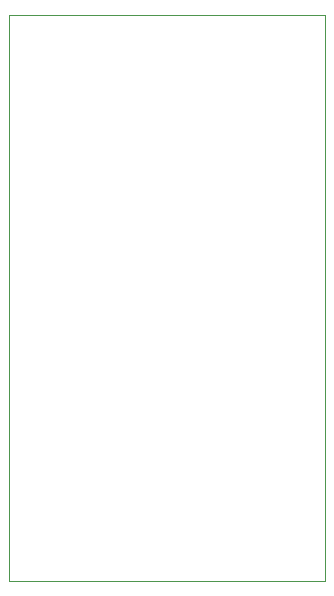
<source format=gbr>
%TF.GenerationSoftware,KiCad,Pcbnew,7.0.8*%
%TF.CreationDate,2023-10-19T11:53:08-06:00*%
%TF.ProjectId,air_station_1v5,6169725f-7374-4617-9469-6f6e5f317635,rev?*%
%TF.SameCoordinates,Original*%
%TF.FileFunction,Profile,NP*%
%FSLAX46Y46*%
G04 Gerber Fmt 4.6, Leading zero omitted, Abs format (unit mm)*
G04 Created by KiCad (PCBNEW 7.0.8) date 2023-10-19 11:53:08*
%MOMM*%
%LPD*%
G01*
G04 APERTURE LIST*
%TA.AperFunction,Profile*%
%ADD10C,0.100000*%
%TD*%
G04 APERTURE END LIST*
D10*
X75895000Y-52663278D02*
X102725000Y-52663278D01*
X102725000Y-100600000D01*
X75895000Y-100600000D01*
X75895000Y-52663278D01*
M02*

</source>
